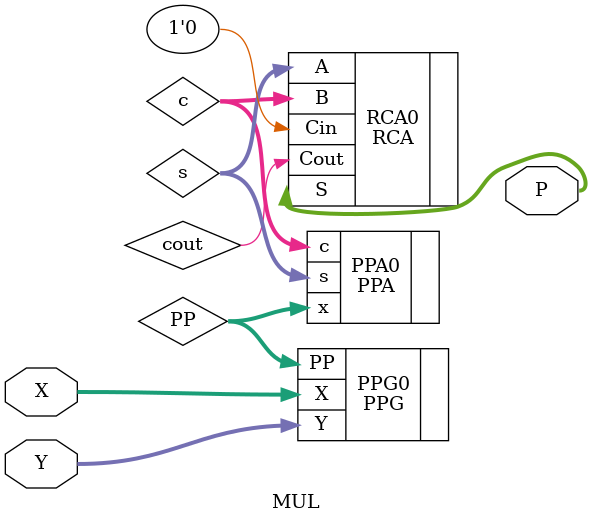
<source format=v>
module MUL (
	X,
	Y,
	P
);
	input [15:0] X;
	input [15:0] Y;
	output wire [31:0] P;
	wire [511:0] PP;
	PPG PPG0(
		.X(X),
		.Y(Y),
		.PP(PP)
	);
	wire [31:0] s;
	wire [31:0] c;
	PPA PPA0(
		.x(PP),
		.s(s),
		.c(c)
	);
	wire cout;
	RCA RCA0(
		.Cin(1'b0),
		.A(s),
		.B(c),
		.S(P),
		.Cout(cout)
	);
endmodule

</source>
